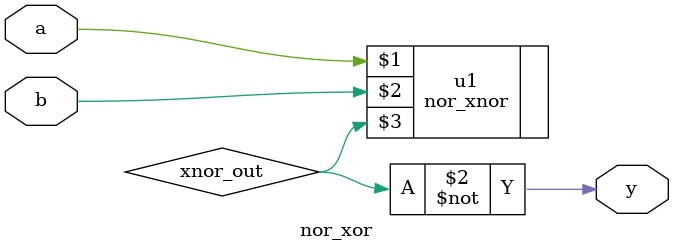
<source format=v>
module nor_xor(input a, input b, output y);
    wire xnor_out;
    nor_xnor u1(a, b, xnor_out);
    nor (y, xnor_out, xnor_out); // invert XNOR
endmodule

</source>
